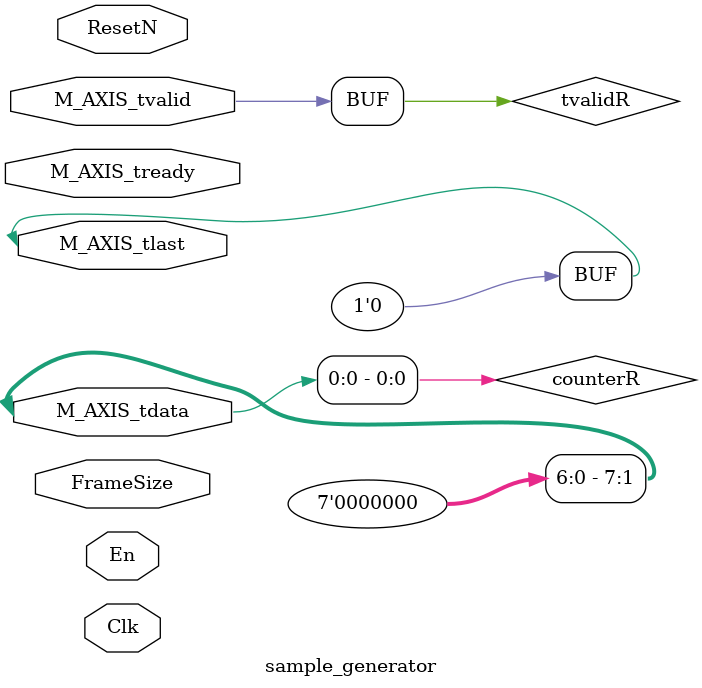
<source format=v>
module sample_generator#(parameter  C_M_AXIS_TDATA_WIDTH = 8,
                        parameter  C_M_START_COUNT =8)

  (input wire En,
  input wire M_AXIS_tvalid,
  input wire M_AXIS_tlast,
  input wire M_AXIS_tready,
   input wire [7:0] M_AXIS_tdata,
   input [7:0] FrameSize,
  input wire Clk,
  input wire ResetN);

  reg counterR;
  assign M_AXIS_tdata = counterR;
  always @(posedge Clk)
    if(!ResetN)
      counterR <= 0;
  	else begin
      if(M_AXIS_tvalid && M_AXIS_tready)
        if(M_AXIS_tlast)
          counterR <= 0;
      	else
          counterR<=counterR + 1;
    end

  reg sampleGeneratorEnableR;
  reg afterResetCycleCounterR;
  always @(posedge Clk)
    if(!ResetN)begin
      afterResetCycleCounterR <= 0;
      sampleGeneratorEnableR <= 0;
    end
  	else begin
      afterResetCycleCounterR <= afterResetCycleCounterR+1;
      if(afterResetCycleCounterR == C_M_START_COUNT)
        sampleGeneratorEnableR <= 1;
    end

  reg tvalidR;
  assign M_AXIS_tvalid = tvalidR;
  always @(posedge Clk)
    if(!ResetN)
      tvalidR <=0;
  	else begin
      if (!En)
        tvalidR<=0;
      else if(sampleGeneratorEnableR)
        tvalidR<=1;
    end

  reg [7:0] packetCounter;
  reg framesize_test;
  always @(posedge Clk)
    if(!ResetN) begin
      packetCounter <= 8'hff;
      framesize_test <= 0;
    end
  	else begin
      if (M_AXIS_tlast) begin
        packetCounter <= 8'hff;
        framesize_test <= 0;
      end
      else begin
        packetCounter <= packetCounter + 1;
        framesize_test <= framesize_test+1;
      end
    end
      assign M_AXIS_tlast = (framesize_test == 6) ? 1 : 0;


endmodule

</source>
